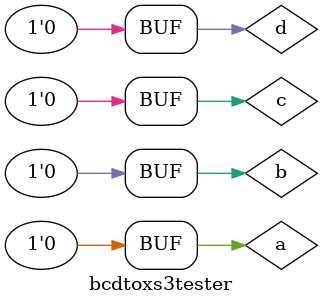
<source format=v>
module bcdtoxs3(w,x,y,z,a,b,c,d);
  input a,b,c,d;
  output w,x,y,z;
  and(p,b,d);
  and(q,b,c);
  or(w,a,p,q);
  not(bbar,b);
  not(cbar,c);
  not(z,d);
  and(r,bbar,d);
  and(s,c,bbar);
  and(t,b,cbar,z);
  or(x,r,s,t);
  xnor(y,c,d);
endmodule
module bcdtoxs3tester;
 reg a,b,c,d;
  wire w,x,y,z;
  bcdtoxs3 bx3(w,x,y,z,a,b,c,d);
   initial
     begin
      a=1'b1;b=1'b0;c=1'b0;d=1'b0;
      #10 a=1'b0;b=1'b1;c=1'b0;d=1'b0;
      #10 a=1'b0;b=1'b0;c=1'b1;d=1'b0;
      #10 a=1'b0;b=1'b0;c=1'b0;d=1'b0;
     end
endmodule


</source>
